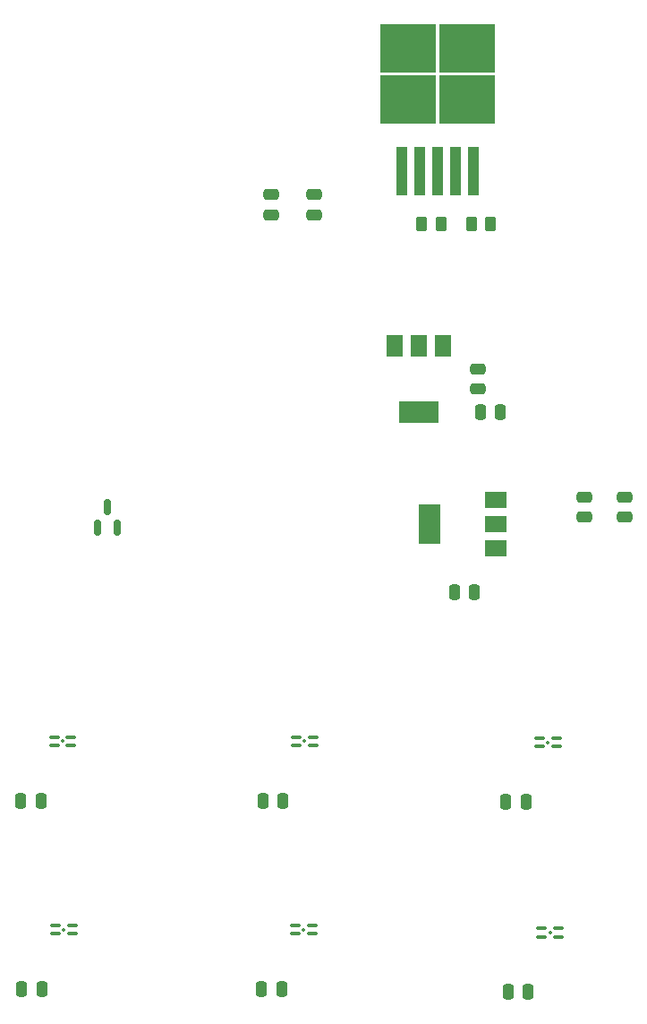
<source format=gbr>
%TF.GenerationSoftware,KiCad,Pcbnew,6.0.7-f9a2dced07~116~ubuntu20.04.1*%
%TF.CreationDate,2022-10-31T15:28:57+01:00*%
%TF.ProjectId,av_citynode_hw,61765f63-6974-4796-9e6f-64655f68772e,rev?*%
%TF.SameCoordinates,Original*%
%TF.FileFunction,Paste,Top*%
%TF.FilePolarity,Positive*%
%FSLAX46Y46*%
G04 Gerber Fmt 4.6, Leading zero omitted, Abs format (unit mm)*
G04 Created by KiCad (PCBNEW 6.0.7-f9a2dced07~116~ubuntu20.04.1) date 2022-10-31 15:28:57*
%MOMM*%
%LPD*%
G01*
G04 APERTURE LIST*
G04 Aperture macros list*
%AMRoundRect*
0 Rectangle with rounded corners*
0 $1 Rounding radius*
0 $2 $3 $4 $5 $6 $7 $8 $9 X,Y pos of 4 corners*
0 Add a 4 corners polygon primitive as box body*
4,1,4,$2,$3,$4,$5,$6,$7,$8,$9,$2,$3,0*
0 Add four circle primitives for the rounded corners*
1,1,$1+$1,$2,$3*
1,1,$1+$1,$4,$5*
1,1,$1+$1,$6,$7*
1,1,$1+$1,$8,$9*
0 Add four rect primitives between the rounded corners*
20,1,$1+$1,$2,$3,$4,$5,0*
20,1,$1+$1,$4,$5,$6,$7,0*
20,1,$1+$1,$6,$7,$8,$9,0*
20,1,$1+$1,$8,$9,$2,$3,0*%
G04 Aperture macros list end*
%ADD10RoundRect,0.250000X-0.250000X-0.475000X0.250000X-0.475000X0.250000X0.475000X-0.250000X0.475000X0*%
%ADD11R,1.500000X2.000000*%
%ADD12R,3.800000X2.000000*%
%ADD13R,5.250000X4.550000*%
%ADD14R,1.100000X4.600000*%
%ADD15RoundRect,0.150000X0.150000X-0.587500X0.150000X0.587500X-0.150000X0.587500X-0.150000X-0.587500X0*%
%ADD16RoundRect,0.250000X0.475000X-0.250000X0.475000X0.250000X-0.475000X0.250000X-0.475000X-0.250000X0*%
%ADD17RoundRect,0.075000X0.425000X0.075000X-0.425000X0.075000X-0.425000X-0.075000X0.425000X-0.075000X0*%
%ADD18RoundRect,0.075000X0.075000X0.075000X-0.075000X0.075000X-0.075000X-0.075000X0.075000X-0.075000X0*%
%ADD19RoundRect,0.250000X-0.475000X0.250000X-0.475000X-0.250000X0.475000X-0.250000X0.475000X0.250000X0*%
%ADD20RoundRect,0.250000X0.262500X0.450000X-0.262500X0.450000X-0.262500X-0.450000X0.262500X-0.450000X0*%
%ADD21RoundRect,0.250000X-0.262500X-0.450000X0.262500X-0.450000X0.262500X0.450000X-0.262500X0.450000X0*%
%ADD22R,2.000000X1.500000*%
%ADD23R,2.000000X3.800000*%
G04 APERTURE END LIST*
D10*
%TO.C,C1*%
X27943000Y-89729000D03*
X29843000Y-89729000D03*
%TD*%
D11*
%TO.C,U7*%
X45009500Y-46758000D03*
D12*
X42709500Y-53058000D03*
D11*
X42709500Y-46758000D03*
X40409500Y-46758000D03*
%TD*%
D13*
%TO.C,U6*%
X47262500Y-18629000D03*
X41712500Y-23479000D03*
X47262500Y-23479000D03*
X41712500Y-18629000D03*
D14*
X41087500Y-30204000D03*
X42787500Y-30204000D03*
X44487500Y-30204000D03*
X46187500Y-30204000D03*
X47887500Y-30204000D03*
%TD*%
D15*
%TO.C,Q1*%
X12295500Y-63901500D03*
X14195500Y-63901500D03*
X13245500Y-62026500D03*
%TD*%
D16*
%TO.C,C13*%
X48297500Y-50833000D03*
X48297500Y-48933000D03*
%TD*%
D10*
%TO.C,C1*%
X51165000Y-107814000D03*
X53065000Y-107814000D03*
%TD*%
D17*
%TO.C,U1*%
X9913000Y-102322000D03*
X9913000Y-101522000D03*
X8313000Y-101522000D03*
X8313000Y-102322000D03*
D18*
X9113000Y-101922000D03*
%TD*%
D17*
%TO.C,U1*%
X55935000Y-102607000D03*
X55935000Y-101807000D03*
X54335000Y-101807000D03*
X54335000Y-102607000D03*
D18*
X55135000Y-102207000D03*
%TD*%
D19*
%TO.C,C18*%
X58330500Y-61059000D03*
X58330500Y-62959000D03*
%TD*%
D17*
%TO.C,U1*%
X55713000Y-84622000D03*
X55713000Y-83822000D03*
X54113000Y-83822000D03*
X54113000Y-84622000D03*
D18*
X54913000Y-84222000D03*
%TD*%
D10*
%TO.C,C1*%
X5043000Y-89729000D03*
X6943000Y-89729000D03*
%TD*%
D19*
%TO.C,C19*%
X62140500Y-61059000D03*
X62140500Y-62959000D03*
%TD*%
D10*
%TO.C,C12*%
X48551500Y-53058000D03*
X50451500Y-53058000D03*
%TD*%
D19*
%TO.C,C11*%
X32803500Y-32484000D03*
X32803500Y-34384000D03*
%TD*%
D10*
%TO.C,C1*%
X50943000Y-89829000D03*
X52843000Y-89829000D03*
%TD*%
%TO.C,C1*%
X5143000Y-107529000D03*
X7043000Y-107529000D03*
%TD*%
D20*
%TO.C,R4*%
X49487500Y-35224000D03*
X47662500Y-35224000D03*
%TD*%
D17*
%TO.C,U1*%
X32713000Y-84522000D03*
X32713000Y-83722000D03*
X31113000Y-83722000D03*
X31113000Y-84522000D03*
D18*
X31913000Y-84122000D03*
%TD*%
D17*
%TO.C,U1*%
X9813000Y-84522000D03*
X9813000Y-83722000D03*
X8213000Y-83722000D03*
X8213000Y-84522000D03*
D18*
X9013000Y-84122000D03*
%TD*%
D10*
%TO.C,C1*%
X27843000Y-107529000D03*
X29743000Y-107529000D03*
%TD*%
D19*
%TO.C,C10*%
X28739500Y-32484000D03*
X28739500Y-34384000D03*
%TD*%
D21*
%TO.C,R5*%
X42963500Y-35278000D03*
X44788500Y-35278000D03*
%TD*%
D17*
%TO.C,U1*%
X32613000Y-102322000D03*
X32613000Y-101522000D03*
X31013000Y-101522000D03*
X31013000Y-102322000D03*
D18*
X31813000Y-101922000D03*
%TD*%
D10*
%TO.C,C16*%
X46077500Y-70076000D03*
X47977500Y-70076000D03*
%TD*%
D22*
%TO.C,U15*%
X50025500Y-65899000D03*
X50025500Y-63599000D03*
X50025500Y-61299000D03*
D23*
X43725500Y-63599000D03*
%TD*%
M02*

</source>
